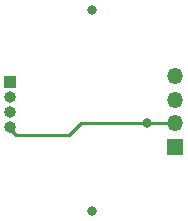
<source format=gbr>
G04 #@! TF.GenerationSoftware,KiCad,Pcbnew,5.1.12-84ad8e8a86~92~ubuntu18.04.1*
G04 #@! TF.CreationDate,2022-06-26T19:02:29+03:00*
G04 #@! TF.ProjectId,soic,736f6963-2e6b-4696-9361-645f70636258,rev?*
G04 #@! TF.SameCoordinates,Original*
G04 #@! TF.FileFunction,Copper,L2,Bot*
G04 #@! TF.FilePolarity,Positive*
%FSLAX46Y46*%
G04 Gerber Fmt 4.6, Leading zero omitted, Abs format (unit mm)*
G04 Created by KiCad (PCBNEW 5.1.12-84ad8e8a86~92~ubuntu18.04.1) date 2022-06-26 19:02:29*
%MOMM*%
%LPD*%
G01*
G04 APERTURE LIST*
G04 #@! TA.AperFunction,ComponentPad*
%ADD10O,1.350000X1.350000*%
G04 #@! TD*
G04 #@! TA.AperFunction,ComponentPad*
%ADD11R,1.350000X1.350000*%
G04 #@! TD*
G04 #@! TA.AperFunction,ComponentPad*
%ADD12O,1.000000X1.000000*%
G04 #@! TD*
G04 #@! TA.AperFunction,ComponentPad*
%ADD13R,1.000000X1.000000*%
G04 #@! TD*
G04 #@! TA.AperFunction,ViaPad*
%ADD14C,0.800000*%
G04 #@! TD*
G04 #@! TA.AperFunction,Conductor*
%ADD15C,0.250000*%
G04 #@! TD*
G04 APERTURE END LIST*
D10*
G04 #@! TO.P,J2,4*
G04 #@! TO.N,Net-(J2-Pad4)*
X7100000Y8442800D03*
G04 #@! TO.P,J2,3*
G04 #@! TO.N,Net-(J2-Pad3)*
X7100000Y6442800D03*
G04 #@! TO.P,J2,2*
G04 #@! TO.N,Net-(J1-Pad4)*
X7100000Y4442800D03*
D11*
G04 #@! TO.P,J2,1*
G04 #@! TO.N,Net-(J2-Pad1)*
X7100000Y2442800D03*
G04 #@! TD*
D12*
G04 #@! TO.P,J1,4*
G04 #@! TO.N,Net-(J1-Pad4)*
X-6870000Y4132800D03*
G04 #@! TO.P,J1,3*
G04 #@! TO.N,Net-(J1-Pad3)*
X-6870000Y5402800D03*
G04 #@! TO.P,J1,2*
G04 #@! TO.N,Net-(J1-Pad2)*
X-6870000Y6672800D03*
D13*
G04 #@! TO.P,J1,1*
G04 #@! TO.N,Net-(J1-Pad1)*
X-6870000Y7942800D03*
G04 #@! TD*
D14*
G04 #@! TO.N,*
X0Y-2995200D03*
X0Y14004800D03*
G04 #@! TO.N,Net-(J1-Pad4)*
X4688000Y4442800D03*
G04 #@! TD*
D15*
G04 #@! TO.N,Net-(J1-Pad4)*
X7100000Y4442800D02*
X-870000Y4442800D01*
X-870000Y4442800D02*
X-1870000Y3442800D01*
X-1870000Y3442800D02*
X-5870000Y3442800D01*
X-5870000Y3442800D02*
X-6370000Y3442800D01*
X-6370000Y3442800D02*
X-6870000Y3942800D01*
G04 #@! TD*
M02*

</source>
